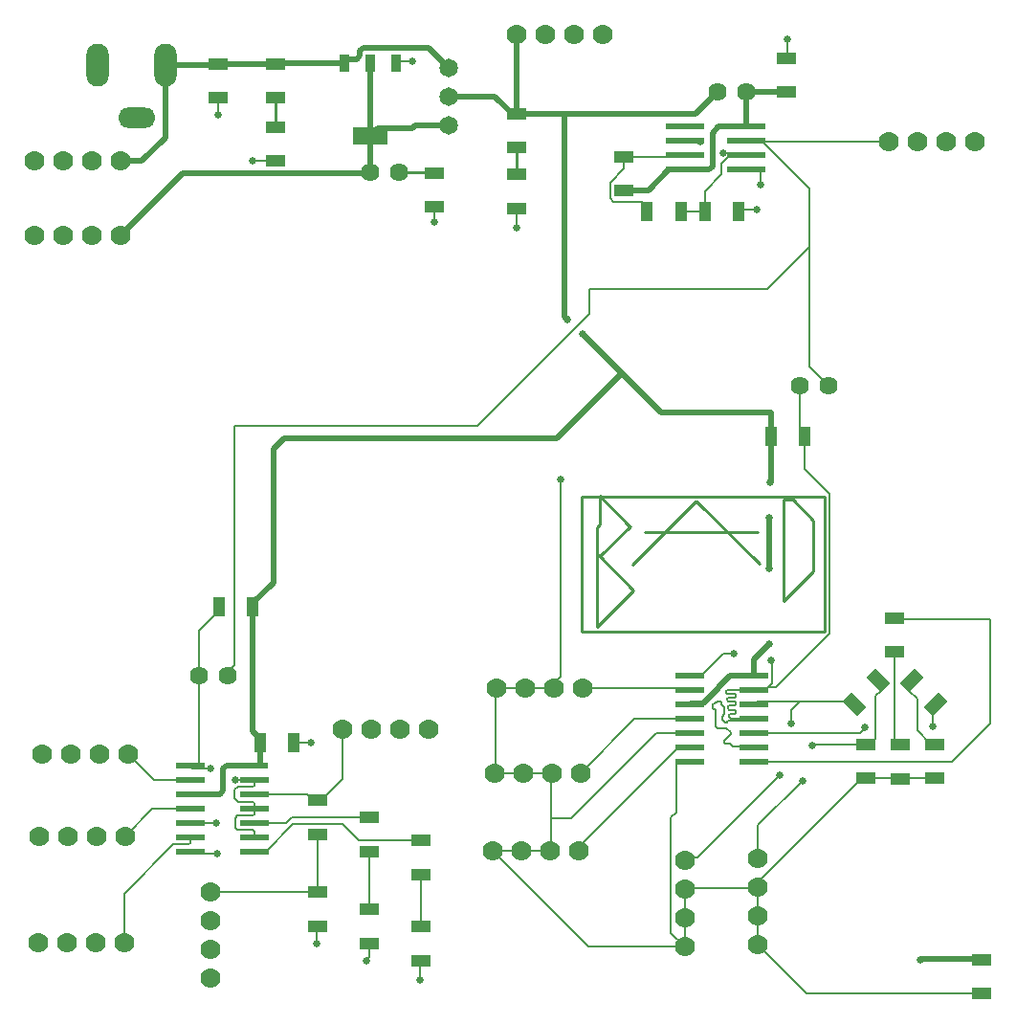
<source format=gtl>
G04*
G04 #@! TF.GenerationSoftware,Altium Limited,Altium Designer,21.1.1 (26)*
G04*
G04 Layer_Physical_Order=1*
G04 Layer_Color=255*
%FSLAX25Y25*%
%MOIN*%
G70*
G04*
G04 #@! TF.SameCoordinates,FBF54A61-61D9-4F17-B791-177234694A3B*
G04*
G04*
G04 #@! TF.FilePolarity,Positive*
G04*
G01*
G75*
%ADD11C,0.02000*%
%ADD14C,0.01000*%
%ADD15C,0.00600*%
%ADD19R,0.13386X0.02362*%
%ADD20R,0.07100X0.04400*%
%ADD21R,0.04400X0.07100*%
%ADD22R,0.10433X0.02362*%
G04:AMPARAMS|DCode=23|XSize=44mil|YSize=71mil|CornerRadius=0mil|HoleSize=0mil|Usage=FLASHONLY|Rotation=45.000|XOffset=0mil|YOffset=0mil|HoleType=Round|Shape=Rectangle|*
%AMROTATEDRECTD23*
4,1,4,0.00955,-0.04066,-0.04066,0.00955,-0.00955,0.04066,0.04066,-0.00955,0.00955,-0.04066,0.0*
%
%ADD23ROTATEDRECTD23*%

G04:AMPARAMS|DCode=24|XSize=44mil|YSize=71mil|CornerRadius=0mil|HoleSize=0mil|Usage=FLASHONLY|Rotation=135.000|XOffset=0mil|YOffset=0mil|HoleType=Round|Shape=Rectangle|*
%AMROTATEDRECTD24*
4,1,4,0.04066,0.00955,-0.00955,-0.04066,-0.04066,-0.00955,0.00955,0.04066,0.04066,0.00955,0.0*
%
%ADD24ROTATEDRECTD24*%

%ADD25R,0.12200X0.06300*%
%ADD26R,0.03300X0.06300*%
%ADD42O,0.12992X0.07087*%
%ADD43O,0.07874X0.14961*%
%ADD44C,0.07000*%
%ADD45C,0.06378*%
%ADD46C,0.06496*%
%ADD47C,0.02500*%
D11*
X250372Y308000D02*
X260000D01*
X247078Y293000D02*
X248250Y294172D01*
Y305878D02*
X250372Y308000D01*
X248250Y294172D02*
Y305878D01*
X233228Y293000D02*
X247078D01*
X225928Y285700D02*
X233228Y293000D01*
X196900Y241835D02*
Y312400D01*
Y241835D02*
X197700Y241035D01*
Y240900D02*
Y241035D01*
X180000Y312400D02*
X196900D01*
X242400D01*
X126622Y335500D02*
X149500D01*
X120000Y330876D02*
X120650Y331526D01*
X124278D01*
X120000Y330000D02*
Y330876D01*
X125450Y332698D02*
Y334328D01*
X124278Y331526D02*
X125450Y332698D01*
Y334328D02*
X126622Y335500D01*
X96200Y330000D02*
X120000D01*
X321035Y18000D02*
X341900D01*
X320800Y17900D02*
X320935D01*
X341900Y18000D02*
X342000Y17900D01*
X320935D02*
X321035Y18000D01*
X88200Y97278D02*
Y140600D01*
Y97278D02*
X90700Y94778D01*
Y93428D02*
Y94778D01*
X268400Y184000D02*
Y184135D01*
X268600Y184335D02*
Y200000D01*
X268400Y184135D02*
X268600Y184335D01*
Y200000D02*
Y208400D01*
X88200Y141950D02*
X95486Y149236D01*
Y195814D01*
X88200Y140600D02*
Y141950D01*
X149500Y335500D02*
X156500Y328500D01*
X57622Y304122D02*
Y329370D01*
X42000Y296000D02*
X49500D01*
X57622Y304122D01*
X250532Y112571D02*
Y112848D01*
X240716Y106981D02*
X244942D01*
X254484Y116800D02*
X262700D01*
X250532Y112848D02*
X254484Y116800D01*
X244942Y106981D02*
X250532Y112571D01*
X240535Y106800D02*
X240716Y106981D01*
X99072Y199400D02*
X194000D01*
X95486Y195814D02*
X99072Y199400D01*
X216700Y222100D02*
X230400Y208400D01*
X203000Y235800D02*
X216700Y222100D01*
X194000Y199400D02*
X216700Y222100D01*
X230400Y208400D02*
X268600D01*
X262700Y122400D02*
X268000Y127700D01*
X262700Y116800D02*
Y122400D01*
X268100Y154000D02*
Y171600D01*
X217500Y285700D02*
X225928D01*
X260000Y308000D02*
Y320000D01*
X260050Y320050D01*
X273950D02*
X274000Y320100D01*
X260050Y320050D02*
X273950D01*
X79072Y85428D02*
X88435D01*
X77900Y84257D02*
X79072Y85428D01*
X66269Y75428D02*
X76728D01*
X77900Y76600D02*
Y84257D01*
X76728Y75428D02*
X77900Y76600D01*
X90519Y85428D02*
X90700Y85610D01*
X88435Y85428D02*
X90519D01*
X90700Y85610D02*
Y93428D01*
X63900Y291900D02*
X128900D01*
X42000Y270000D02*
X63900Y291900D01*
X128900D02*
X129000Y292000D01*
X242400Y312400D02*
X250000Y320000D01*
X180000Y312400D02*
Y340000D01*
X172550Y318500D02*
X178650Y312400D01*
X156500Y318500D02*
X172550D01*
X178650Y312400D02*
X180000D01*
X131750Y307450D02*
X143806D01*
X144856Y308500D01*
X129100Y304800D02*
X131750Y307450D01*
X144856Y308500D02*
X156500D01*
X129000Y304700D02*
X129100Y304800D01*
X129000Y292000D02*
Y304700D01*
X129100Y304800D02*
Y330000D01*
X96000Y329800D02*
X96200Y330000D01*
X95900Y329900D02*
X96000Y329800D01*
X76000Y329900D02*
X95900D01*
X75470Y329370D02*
X76000Y329900D01*
X57622Y329370D02*
X75470D01*
D14*
X202700Y132100D02*
X287400D01*
X202700Y179200D02*
X287400D01*
Y132100D02*
Y179200D01*
X202700Y132100D02*
Y179200D01*
X273000Y178100D02*
X276300D01*
X283500Y170900D01*
Y153200D02*
Y170900D01*
X273000Y142700D02*
X283500Y153200D01*
X273000Y142700D02*
Y178100D01*
X224800Y166900D02*
X264200D01*
X242900Y177400D02*
X264700Y155600D01*
X242300Y177400D02*
X242900D01*
X220500Y155500D02*
X242300Y177300D01*
Y177400D01*
X208200Y168500D02*
X209100Y169400D01*
Y179300D01*
X219500Y168900D01*
X219600D01*
X209400Y158700D02*
X219600Y168900D01*
X208600Y158700D02*
X209400D01*
X208600D02*
X220900Y146400D01*
X208200Y133700D02*
X220900Y146400D01*
X208200Y133700D02*
Y168500D01*
X180000Y291300D02*
Y300600D01*
X151400Y292000D02*
X151500Y291900D01*
X139000Y292000D02*
X151400D01*
X96000Y307900D02*
Y318000D01*
D15*
X254488Y298000D02*
X260000D01*
X253688Y298800D02*
X254488Y298000D01*
X264219Y293000D02*
X265100Y292119D01*
X238740Y303000D02*
X243800D01*
X244100Y302700D01*
X260000Y303000D02*
X260100Y302900D01*
X265612D01*
X265100Y287900D02*
Y292119D01*
X252100Y298800D02*
X253688D01*
X260000Y293000D02*
X264219D01*
X305050Y94800D02*
Y109654D01*
X306926Y111530D02*
Y114217D01*
X301800Y92900D02*
X303150D01*
X284200D02*
X301800D01*
X303150D02*
X305050Y94800D01*
Y109654D02*
X306926Y111530D01*
X299760Y96800D02*
X301500Y98541D01*
Y98900D01*
X325009Y98909D02*
X325017Y98917D01*
Y105874D01*
X325972Y106828D01*
X88572Y80400D02*
X88600Y80428D01*
X82100Y80400D02*
X88572D01*
X66269Y85428D02*
X67150Y84547D01*
X73453D01*
X262865Y96800D02*
X299760D01*
X180000Y279500D02*
X180200Y279300D01*
Y272800D02*
Y279300D01*
X192050Y67200D02*
Y82650D01*
Y55850D02*
Y67200D01*
X199034D01*
X228634Y96800D02*
X240535D01*
X199034Y67200D02*
X228634Y96800D01*
X274000Y331900D02*
X274300Y332200D01*
Y338400D01*
X43500Y23600D02*
Y40895D01*
X88600Y75428D02*
X96272D01*
X107150D01*
X88600Y70428D02*
Y72509D01*
X88231Y72878D02*
X88600Y72509D01*
X82914Y72878D02*
X88231D01*
X81850Y73942D02*
X82914Y72878D01*
X280400Y188746D02*
X289200Y179946D01*
X280400Y188746D02*
Y200000D01*
X278700Y201700D02*
X280400Y200000D01*
X278700Y201700D02*
Y217600D01*
X273400Y332500D02*
X274000Y331900D01*
X69400Y132250D02*
X76400Y139250D01*
Y140600D01*
X69400Y116900D02*
Y132250D01*
X81603Y203551D02*
X81852Y203800D01*
X79400Y118277D02*
X81603Y120480D01*
Y203551D01*
X79400Y116900D02*
Y118277D01*
X66798Y54900D02*
X75700D01*
X66269Y55428D02*
X66798Y54900D01*
X66269Y65428D02*
X66398Y65300D01*
X75300D01*
X259000Y279000D02*
X263800D01*
X258500Y278500D02*
X259000Y279000D01*
X257400Y278500D02*
X258500D01*
X151300Y279900D02*
X151500Y280100D01*
X151300Y274700D02*
Y279900D01*
X138200Y330000D02*
X138900Y330700D01*
X143600D01*
X88100Y296200D02*
X95900D01*
X96000Y296100D01*
X76000Y312200D02*
Y318100D01*
X146300Y10600D02*
Y17228D01*
X146600Y17528D01*
X127800Y17914D02*
X128600Y18714D01*
Y23528D01*
X127800Y17400D02*
Y17914D01*
X110500Y23400D02*
Y29428D01*
X110600Y29528D01*
X102500Y93428D02*
X102628Y93300D01*
X108300D01*
X193200Y114232D02*
X195400Y116432D01*
Y185100D01*
X193200Y112500D02*
Y114232D01*
X301800Y81100D02*
X325800D01*
X300450D02*
X301800D01*
X264100Y44750D02*
X300450Y81100D01*
X264100Y43100D02*
Y44750D01*
X183200Y112500D02*
X193200D01*
X173200D02*
X183200D01*
X172750Y112050D02*
X173200Y112500D01*
X172300Y82900D02*
X172750Y83350D01*
Y112050D01*
X172300Y82900D02*
X182300D01*
X192050D02*
X192175Y82775D01*
X192050Y82650D02*
X192175Y82775D01*
X182300Y82900D02*
X192050D01*
X192175Y82775D02*
X192300Y82900D01*
X191800Y55600D02*
X192050Y55850D01*
X181800Y55600D02*
X191800D01*
X171800D02*
X181800D01*
X171800D02*
X205000Y22400D01*
X238600D01*
X235618Y85919D02*
X236499Y86800D01*
X235618Y69074D02*
Y85919D01*
X236499Y86800D02*
X240535D01*
X233800Y67256D02*
X235618Y69074D01*
X233800Y27200D02*
Y67256D01*
Y27200D02*
X238600Y22400D01*
Y32400D01*
Y42400D02*
X238950Y42750D01*
X238600Y32400D02*
Y42400D01*
X238950Y42750D02*
X263750D01*
X264100Y43100D01*
Y33100D02*
Y43100D01*
Y23100D02*
Y33100D01*
X281100Y6100D02*
X342000D01*
X264100Y23100D02*
X281100Y6100D01*
X264100Y64600D02*
X279700Y80200D01*
X264100Y53100D02*
Y64600D01*
X283100Y92400D02*
X283400Y92700D01*
X284000D01*
X284200Y92900D01*
X262865Y86800D02*
X331900D01*
X345100Y100000D01*
X278816Y107681D02*
X293885D01*
X263747D02*
X278816D01*
X243000Y53300D02*
X271700Y82000D01*
X238600Y52400D02*
X239500Y53300D01*
X243000D01*
X275800Y100300D02*
X275900Y100200D01*
X275800Y100300D02*
Y104665D01*
X278816Y107681D01*
X201800Y57101D02*
X236499Y91800D01*
X201800Y55600D02*
Y57101D01*
X236499Y91800D02*
X240535D01*
X221200Y101800D02*
X240535D01*
X202300Y82900D02*
X221200Y101800D01*
X203200Y112500D02*
X239835D01*
X240535Y111800D01*
X255400Y92000D02*
X262665D01*
X262865Y91800D01*
X252249Y93451D02*
Y93949D01*
Y93451D02*
X252600Y93100D01*
X254300D01*
X255400Y92000D01*
X254751Y96451D02*
Y96948D01*
X253200Y98500D02*
X254751Y96948D01*
X252249Y93949D02*
X254751Y96451D01*
X249500Y99200D02*
X250200Y98500D01*
X253200D01*
X249500Y99200D02*
Y102400D01*
X249346Y102553D02*
Y104853D01*
Y102553D02*
X249500Y102400D01*
X251700Y102500D02*
X252500Y103300D01*
X248400Y106600D02*
X248800Y107000D01*
X250000Y107900D02*
X251048D01*
X249100Y105100D02*
X249346Y104853D01*
X251048Y107900D02*
X251400Y107548D01*
X249100Y107000D02*
X250000Y107900D01*
X248800Y107000D02*
X249100D01*
X251400Y106800D02*
X252500Y105700D01*
X248751Y105100D02*
X249100D01*
X251400Y106800D02*
Y107548D01*
X248400Y105452D02*
X248751Y105100D01*
X252500Y103300D02*
Y105700D01*
X248400Y105452D02*
Y106600D01*
X251700Y101300D02*
Y102500D01*
Y101300D02*
X252600Y100400D01*
X253400D01*
Y100648D01*
X253751Y101000D02*
X262065D01*
X253400Y100648D02*
X253751Y101000D01*
X262065D02*
X262865Y101800D01*
X254600D02*
X262865D01*
X254000Y102400D02*
X254600Y101800D01*
X254351Y103400D02*
X255948D01*
X254000Y103049D02*
X254351Y103400D01*
X254000Y102400D02*
Y103049D01*
X253552Y111800D02*
X262865D01*
X253952Y106300D02*
X255997D01*
X256349Y106651D01*
X253552Y110500D02*
X256149D01*
X253751Y107900D02*
X255997D01*
X256500Y109552D02*
Y110149D01*
X253400Y108252D02*
X253751Y107900D01*
X256149Y109200D02*
X256500Y109552D01*
X253751Y109200D02*
X256149D01*
X253200Y110852D02*
X253552Y110500D01*
X253400Y108252D02*
Y108849D01*
X254200Y104700D02*
X255948D01*
X256149Y110500D02*
X256500Y110149D01*
X253200Y110852D02*
Y111449D01*
X253600Y105948D02*
X253952Y106300D01*
X253200Y111449D02*
X253552Y111800D01*
X255997Y107900D02*
X256349Y107548D01*
X253600Y105300D02*
Y105948D01*
X255948Y104700D02*
X256300Y104349D01*
X255948Y103400D02*
X256300Y103752D01*
X253400Y108849D02*
X253751Y109200D01*
X256349Y106651D02*
Y107548D01*
X253600Y105300D02*
X254200Y104700D01*
X256300Y103752D02*
Y104349D01*
X267782Y112681D02*
X270527D01*
X267782D02*
X269217Y114116D01*
X266901Y111800D02*
X267782Y112681D01*
X252170Y124400D02*
X255800D01*
X240535Y116800D02*
X244570D01*
X252170Y124400D01*
X268900Y122000D02*
X269217Y121683D01*
Y114116D02*
Y121683D01*
X262865Y111800D02*
X266901D01*
X345100Y100000D02*
Y135949D01*
X305972Y115172D02*
X306926Y114217D01*
X311800Y94800D02*
Y125100D01*
X313700Y92900D02*
X313800D01*
X311800Y94800D02*
X313700Y92900D01*
X316673Y111530D02*
Y114217D01*
X319612Y97738D02*
Y108592D01*
Y97738D02*
X324450Y92900D01*
X316673Y114217D02*
X317628Y115172D01*
X316673Y111530D02*
X319612Y108592D01*
X324450Y92900D02*
X325800D01*
X312400Y136300D02*
X344748D01*
X311800Y136900D02*
X312400Y136300D01*
X344748D02*
X345100Y135949D01*
X293987Y107783D02*
X296673D01*
X262865Y106800D02*
X263747Y107681D01*
X293885D02*
X293987Y107783D01*
X296673D02*
X297628Y106828D01*
X81852Y203800D02*
X166300D01*
X205400Y242900D01*
X111950Y73328D02*
X119400Y80778D01*
X110600Y73328D02*
X111950D01*
X119400Y80778D02*
Y98000D01*
X73500Y41328D02*
X110600D01*
X53200Y70428D02*
X66269D01*
X43600Y60828D02*
X53200Y70428D01*
X53600Y80428D02*
X66269D01*
X44600Y89428D02*
X53600Y80428D01*
X66269Y85428D02*
X68519D01*
X69400Y86309D02*
Y116900D01*
X68519Y85428D02*
X69400Y86309D01*
X205400Y242900D02*
Y251500D01*
X270527Y112681D02*
X289200Y131354D01*
Y179946D01*
X282000Y224300D02*
Y266000D01*
Y224300D02*
X288700Y217600D01*
X205400Y251500D02*
X267500D01*
X282000Y266000D01*
X213861Y281750D02*
X223600D01*
X225500Y279850D01*
X212650Y282962D02*
X213861Y281750D01*
X212650Y288439D02*
X217500Y293288D01*
X225500Y278500D02*
Y279850D01*
X212650Y282962D02*
Y288439D01*
X265612Y302900D02*
X309800D01*
X82083Y63709D02*
X82845Y62947D01*
X88162D01*
X82914Y77978D02*
X88231D01*
X88600Y60428D02*
Y62510D01*
Y78347D02*
Y80428D01*
X82083Y63709D02*
Y67148D01*
X88231Y77978D02*
X88600Y78347D01*
X81850Y73942D02*
Y76915D01*
X82914Y77978D01*
X82083Y67148D02*
X82845Y67909D01*
X88162Y62947D02*
X88600Y62510D01*
Y68347D02*
Y70428D01*
X82845Y67909D02*
X88162D01*
X88600Y68347D01*
X65832Y57910D02*
X66269Y58347D01*
Y60428D01*
X60514Y57910D02*
X65832D01*
X43500Y40895D02*
X60514Y57910D01*
X146600Y29328D02*
Y47528D01*
X128600Y35328D02*
Y55528D01*
X110600Y41328D02*
Y61528D01*
X125000Y59328D02*
X146600D01*
X119300Y65028D02*
X125000Y59328D01*
X101619Y67328D02*
X128600D01*
X102235Y65028D02*
X119300D01*
X92635Y55428D02*
X102235Y65028D01*
X88600Y55428D02*
X92635D01*
X99719Y65428D02*
X101619Y67328D01*
X88600Y65428D02*
X99719D01*
X107150Y75428D02*
X109250Y73328D01*
X110600D01*
X265612Y302900D02*
X282000Y286512D01*
Y266000D02*
Y286512D01*
X245600Y278500D02*
Y285431D01*
X251500Y295012D02*
X254488Y298000D01*
X251500Y291331D02*
Y295012D01*
X245600Y285431D02*
X251500Y291331D01*
X237300Y278500D02*
X245600D01*
X217500Y293288D02*
Y297500D01*
X238240D01*
X238740Y298000D01*
D19*
X260000Y293000D02*
D03*
Y298000D02*
D03*
Y303000D02*
D03*
Y308000D02*
D03*
X238740D02*
D03*
Y303000D02*
D03*
Y298000D02*
D03*
Y293000D02*
D03*
D20*
X110600Y73328D02*
D03*
Y61528D02*
D03*
X180000Y312400D02*
D03*
Y300600D02*
D03*
X342000Y6100D02*
D03*
Y17900D02*
D03*
X146600Y17528D02*
D03*
Y29328D02*
D03*
X128600Y23528D02*
D03*
Y35328D02*
D03*
X110600Y29528D02*
D03*
Y41328D02*
D03*
X325800Y92900D02*
D03*
Y81100D02*
D03*
X313600Y92700D02*
D03*
Y80900D02*
D03*
X301800Y92900D02*
D03*
Y81100D02*
D03*
X311800Y125100D02*
D03*
Y136900D02*
D03*
X217500Y285700D02*
D03*
Y297500D02*
D03*
X274000Y331900D02*
D03*
Y320100D02*
D03*
X180000Y291300D02*
D03*
Y279500D02*
D03*
X151500Y280100D02*
D03*
Y291900D02*
D03*
X96000Y307900D02*
D03*
Y296100D02*
D03*
X146600Y47528D02*
D03*
Y59328D02*
D03*
X128600Y55528D02*
D03*
Y67328D02*
D03*
X96000Y318000D02*
D03*
Y329800D02*
D03*
X76000Y318100D02*
D03*
Y329900D02*
D03*
D21*
X88200Y140600D02*
D03*
X76400D02*
D03*
X280400Y200000D02*
D03*
X268600D02*
D03*
X257400Y278500D02*
D03*
X245600D02*
D03*
X225500D02*
D03*
X237300D02*
D03*
X90700Y93428D02*
D03*
X102500D02*
D03*
D22*
X66269Y85428D02*
D03*
Y80428D02*
D03*
Y75428D02*
D03*
Y70428D02*
D03*
Y65428D02*
D03*
Y60428D02*
D03*
Y55428D02*
D03*
X88600D02*
D03*
Y60428D02*
D03*
Y65428D02*
D03*
Y70428D02*
D03*
Y75428D02*
D03*
Y80428D02*
D03*
X88435Y85428D02*
D03*
X262700Y116800D02*
D03*
X262865Y111800D02*
D03*
Y106800D02*
D03*
Y101800D02*
D03*
Y96800D02*
D03*
Y91800D02*
D03*
Y86800D02*
D03*
X240535D02*
D03*
Y91800D02*
D03*
Y96800D02*
D03*
Y101800D02*
D03*
Y106800D02*
D03*
Y111800D02*
D03*
Y116800D02*
D03*
D23*
X305972Y115172D02*
D03*
X297628Y106828D02*
D03*
D24*
X317628Y115172D02*
D03*
X325972Y106828D02*
D03*
D25*
X129100Y304800D02*
D03*
D26*
X138200Y330000D02*
D03*
X129100D02*
D03*
X120000D02*
D03*
D42*
X47780Y311063D02*
D03*
D43*
X34000Y329370D02*
D03*
X57622D02*
D03*
D44*
X22000Y270000D02*
D03*
X12000D02*
D03*
X42000D02*
D03*
X32000D02*
D03*
X264100Y33100D02*
D03*
Y23100D02*
D03*
Y53100D02*
D03*
Y43100D02*
D03*
X238600Y32400D02*
D03*
Y22400D02*
D03*
Y52400D02*
D03*
Y42400D02*
D03*
X181800Y55600D02*
D03*
X171800D02*
D03*
X201800D02*
D03*
X191800D02*
D03*
X33500Y23600D02*
D03*
X43500D02*
D03*
X13500D02*
D03*
X23500D02*
D03*
X183200Y112500D02*
D03*
X173200D02*
D03*
X203200D02*
D03*
X193200D02*
D03*
X182300Y82900D02*
D03*
X172300D02*
D03*
X202300D02*
D03*
X192300D02*
D03*
X73500Y21328D02*
D03*
Y11328D02*
D03*
Y41328D02*
D03*
Y31328D02*
D03*
X23600Y60828D02*
D03*
X13600D02*
D03*
X43600D02*
D03*
X33600D02*
D03*
X319800Y302900D02*
D03*
X309800D02*
D03*
X339800D02*
D03*
X329800D02*
D03*
X190000Y340000D02*
D03*
X180000D02*
D03*
X210000D02*
D03*
X200000D02*
D03*
X32000Y296000D02*
D03*
X42000D02*
D03*
X12000D02*
D03*
X22000D02*
D03*
X129400Y98000D02*
D03*
X119400D02*
D03*
X149400D02*
D03*
X139400D02*
D03*
X34600Y89428D02*
D03*
X44600D02*
D03*
X14600D02*
D03*
X24600D02*
D03*
D45*
X69400Y116900D02*
D03*
X79400D02*
D03*
X278700Y217600D02*
D03*
X288700D02*
D03*
X129000Y292000D02*
D03*
X139000D02*
D03*
X250000Y320000D02*
D03*
X260000D02*
D03*
D46*
X156500Y328500D02*
D03*
Y318500D02*
D03*
Y308500D02*
D03*
D47*
X265100Y287900D02*
D03*
X244100Y302700D02*
D03*
X252100Y298800D02*
D03*
X301500Y98900D02*
D03*
X325009Y98909D02*
D03*
X82100Y80400D02*
D03*
X73453Y84547D02*
D03*
X180200Y272800D02*
D03*
X274300Y338400D02*
D03*
X320800Y17900D02*
D03*
X268400Y184000D02*
D03*
X197700Y240900D02*
D03*
X75300Y65300D02*
D03*
X75700Y54900D02*
D03*
X108300Y93300D02*
D03*
X195400Y185100D02*
D03*
X110500Y23400D02*
D03*
X127800Y17400D02*
D03*
X146300Y10600D02*
D03*
X263800Y279000D02*
D03*
X143600Y330700D02*
D03*
X151300Y274700D02*
D03*
X88100Y296200D02*
D03*
X76000Y312200D02*
D03*
X279700Y80200D02*
D03*
X283100Y92400D02*
D03*
X271700Y82000D02*
D03*
X275900Y100200D02*
D03*
X255800Y124400D02*
D03*
X268900Y122000D02*
D03*
X203000Y235800D02*
D03*
X268000Y127700D02*
D03*
X268100Y154000D02*
D03*
Y171600D02*
D03*
M02*

</source>
